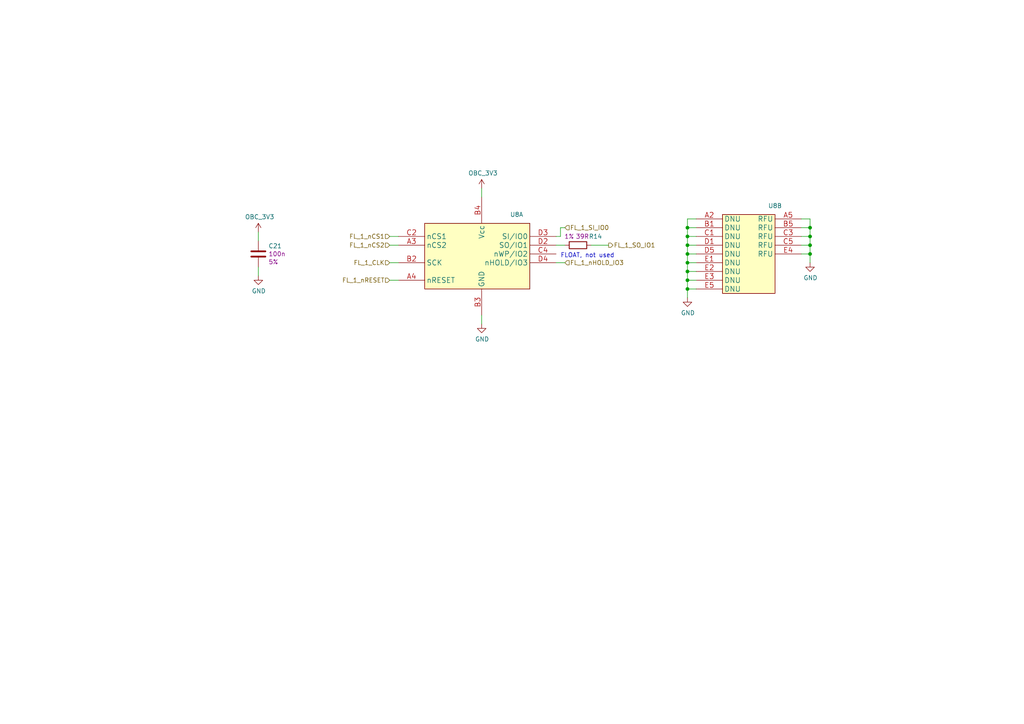
<source format=kicad_sch>
(kicad_sch (version 20211123) (generator eeschema)
  (paper "A4")
  (title_block (title "Singularity OBC - External bulk flash") (date "2021-09-20") (rev "PROTO_B_v04") (company "The Flame Trench") (comment 1 "Drawn by:  Ben Cartwright") (comment 2 "Status:  PROTOTYPE") (comment 3 "(c) The Flame Trench 2021") (comment 4 "Licenced under CERN OHLv2-Strong"))
  (lib_symbols
    (symbol "TFT_capacitors:100n-10V-0402-5%-CER" (pin_numbers hide) (pin_names (offset 0.254))
      (property "Reference" "C" (at 0.635 2.54 0))
      (property "NumVal" "100n" (at 2.54 -2.54 0))
      (property "Tolerance" "5%" (at 0 0 0))
      (symbol "100n-10V-0402-5%-CER_0_1"
        (polyline (pts (xy -2.032 -0.762) (xy 2.032 -0.762)) (stroke (width 0.508)))
        (polyline (pts (xy -2.032 0.762) (xy 2.032 0.762)) (stroke (width 0.508)))
      )
      (symbol "100n-10V-0402-5%-CER_1_1"
        (pin passive line (at 0 3.81 270) (length 2.794) (name "~") (number "1"))
        (pin passive line (at 0 -3.81 90) (length 2.794) (name "~") (number "2"))
      )
    )
    (symbol "TFT_memory:S70FL01GS"
      (property "Reference" "U" (at 2.54 -5.08 0))
      (property "Value" "S70FL01GS" (at -11.43 -5.08 0))
      (symbol "S70FL01GS_1_1"
        (rectangle (start -19.05 -7.62) (end 11.43 -26.67) (stroke (width 0.2032)) (fill (type background)))
        (pin input line (at -26.67 -13.97 0) (length 7.62) (name "nCS2") (number "A3"))
        (pin input line (at -26.67 -24.13 0) (length 7.62) (name "nRESET") (number "A4"))
        (pin input line (at -26.67 -19.05 0) (length 7.62) (name "SCK") (number "B2"))
        (pin power_in line (at -2.54 -34.29 90) (length 7.62) (name "GND") (number "B3"))
        (pin power_in line (at -2.54 0 270) (length 7.62) (name "Vcc") (number "B4"))
        (pin input line (at -26.67 -11.43 0) (length 7.62) (name "nCS1") (number "C2"))
        (pin bidirectional line (at 19.05 -16.51 180) (length 7.62) (name "nWP/IO2") (number "C4"))
        (pin bidirectional line (at 19.05 -13.97 180) (length 7.62) (name "SO/IO1") (number "D2"))
        (pin bidirectional line (at 19.05 -11.43 180) (length 7.62) (name "SI/IO0") (number "D3"))
        (pin bidirectional line (at 19.05 -19.05 180) (length 7.62) (name "nHOLD/IO3") (number "D4"))
      )
      (symbol "S70FL01GS_2_1"
        (rectangle (start -7.62 -7.62) (end 7.62 -30.48) (stroke (width 0.2032)) (fill (type background)))
        (pin unspecified line (at -15.24 -8.89 0) (length 7.62) (name "DNU") (number "A2"))
        (pin unspecified line (at 15.24 -8.89 180) (length 7.62) (name "RFU") (number "A5"))
        (pin unspecified line (at -15.24 -11.43 0) (length 7.62) (name "DNU") (number "B1"))
        (pin unspecified line (at 15.24 -11.43 180) (length 7.62) (name "RFU") (number "B5"))
        (pin unspecified line (at -15.24 -13.97 0) (length 7.62) (name "DNU") (number "C1"))
        (pin unspecified line (at 15.24 -13.97 180) (length 7.62) (name "RFU") (number "C3"))
        (pin unspecified line (at 15.24 -16.51 180) (length 7.62) (name "RFU") (number "C5"))
        (pin unspecified line (at -15.24 -16.51 0) (length 7.62) (name "DNU") (number "D1"))
        (pin unspecified line (at -15.24 -19.05 0) (length 7.62) (name "DNU") (number "D5"))
        (pin unspecified line (at -15.24 -21.59 0) (length 7.62) (name "DNU") (number "E1"))
        (pin unspecified line (at -15.24 -24.13 0) (length 7.62) (name "DNU") (number "E2"))
        (pin unspecified line (at -15.24 -26.67 0) (length 7.62) (name "DNU") (number "E3"))
        (pin unspecified line (at 15.24 -19.05 180) (length 7.62) (name "RFU") (number "E4"))
        (pin unspecified line (at -15.24 -29.21 0) (length 7.62) (name "DNU") (number "E5"))
      )
    )
    (symbol "TFT_power:OBC_3V3" (power) (pin_names (offset 0))
      (property "Value" "OBC_3V3" (at 0 3.556 0))
      (symbol "OBC_3V3_0_1"
        (polyline (pts (xy -0.762 1.27) (xy 0 2.54)))
        (polyline (pts (xy 0 0) (xy 0 2.54)))
        (polyline (pts (xy 0 2.54) (xy 0.762 1.27)))
      )
      (symbol "OBC_3V3_1_1"
        (pin power_in line (at 0 0 90) (length 0) hide (name "OBC_3V3") (number "1"))
      )
    )
    (symbol "TFT_resistors:39R0-50V-0402-1%" (pin_numbers hide) (pin_names (offset 0))
      (property "Reference" "R" (at -2.54 0 90))
      (property "NumVal" "39R" (at 2.54 -1.27 90))
      (property "Tolerance" "1%" (at 2.54 3.81 90))
      (symbol "39R0-50V-0402-1%_0_1"
        (rectangle (start -1.016 -2.54) (end 1.016 2.54) (stroke (width 0.254)))
      )
      (symbol "39R0-50V-0402-1%_1_1"
        (pin passive line (at 0 3.81 270) (length 1.27) (name "~") (number "1"))
        (pin passive line (at 0 -3.81 90) (length 1.27) (name "~") (number "2"))
      )
    )
    (symbol "power:GND" (power) (pin_names (offset 0))
      (property "Value" "GND" (at 0 -3.81 0))
      (symbol "GND_0_1"
        (polyline (pts (xy 0 0) (xy 0 -1.27) (xy 1.27 -1.27) (xy 0 -2.54) (xy -1.27 -1.27) (xy 0 -1.27)))
      )
      (symbol "GND_1_1"
        (pin power_in line (at 0 0 270) (length 0) hide (name "GND") (number "1"))
      )
    )
  )
  (junction (at 199.39 83.82))
  (junction (at 199.39 73.66))
  (junction (at 199.39 78.74))
  (junction (at 199.39 76.2))
  (junction (at 199.39 71.12))
  (junction (at 199.39 66.04))
  (junction (at 234.95 73.66))
  (junction (at 234.95 71.12))
  (junction (at 199.39 68.58))
  (junction (at 234.95 66.04))
  (junction (at 234.95 68.58))
  (junction (at 199.39 81.28))
  (wire (pts (xy 139.7 54.61) (xy 139.7 57.15)))
  (wire (pts (xy 199.39 86.36) (xy 199.39 83.82)))
  (wire (pts (xy 161.29 76.2) (xy 163.83 76.2)))
  (wire (pts (xy 199.39 78.74) (xy 199.39 76.2)))
  (wire (pts (xy 234.95 76.2) (xy 234.95 73.66)))
  (wire (pts (xy 162.56 66.04) (xy 162.56 68.58)))
  (wire (pts (xy 201.93 71.12) (xy 199.39 71.12)))
  (wire (pts (xy 201.93 68.58) (xy 199.39 68.58)))
  (wire (pts (xy 232.41 68.58) (xy 234.95 68.58)))
  (wire (pts (xy 201.93 78.74) (xy 199.39 78.74)))
  (wire (pts (xy 234.95 71.12) (xy 234.95 68.58)))
  (wire (pts (xy 199.39 71.12) (xy 199.39 68.58)))
  (wire (pts (xy 234.95 68.58) (xy 234.95 66.04)))
  (wire (pts (xy 232.41 66.04) (xy 234.95 66.04)))
  (wire (pts (xy 201.93 66.04) (xy 199.39 66.04)))
  (wire (pts (xy 199.39 83.82) (xy 199.39 81.28)))
  (wire (pts (xy 234.95 63.5) (xy 232.41 63.5)))
  (wire (pts (xy 171.45 71.12) (xy 176.53 71.12)))
  (wire (pts (xy 201.93 73.66) (xy 199.39 73.66)))
  (wire (pts (xy 201.93 76.2) (xy 199.39 76.2)))
  (wire (pts (xy 199.39 81.28) (xy 199.39 78.74)))
  (wire (pts (xy 201.93 81.28) (xy 199.39 81.28)))
  (wire (pts (xy 201.93 83.82) (xy 199.39 83.82)))
  (wire (pts (xy 232.41 71.12) (xy 234.95 71.12)))
  (wire (pts (xy 234.95 73.66) (xy 234.95 71.12)))
  (wire (pts (xy 139.7 91.44) (xy 139.7 93.98)))
  (wire (pts (xy 74.93 77.47) (xy 74.93 80.01)))
  (wire (pts (xy 234.95 66.04) (xy 234.95 63.5)))
  (wire (pts (xy 162.56 68.58) (xy 161.29 68.58)))
  (wire (pts (xy 199.39 63.5) (xy 201.93 63.5)))
  (wire (pts (xy 232.41 73.66) (xy 234.95 73.66)))
  (wire (pts (xy 199.39 68.58) (xy 199.39 66.04)))
  (wire (pts (xy 199.39 66.04) (xy 199.39 63.5)))
  (wire (pts (xy 113.03 68.58) (xy 115.57 68.58)))
  (wire (pts (xy 113.03 81.28) (xy 115.57 81.28)))
  (wire (pts (xy 113.03 71.12) (xy 115.57 71.12)))
  (wire (pts (xy 199.39 73.66) (xy 199.39 71.12)))
  (wire (pts (xy 74.93 69.85) (xy 74.93 67.31)))
  (wire (pts (xy 163.83 71.12) (xy 161.29 71.12)))
  (wire (pts (xy 199.39 76.2) (xy 199.39 73.66)))
  (wire (pts (xy 113.03 76.2) (xy 115.57 76.2)))
  (wire (pts (xy 163.83 66.04) (xy 162.56 66.04)))
  (text "FLOAT, not used" (at 162.56 74.93 0) (effects (font (size 1.27 1.27)) (justify left bottom)))
  (hierarchical_label "FL_1_nRESET" (shape input) (at 113.03 81.28 180))
  (hierarchical_label "FL_1_CLK" (shape input) (at 113.03 76.2 180))
  (hierarchical_label "FL_1_nHOLD_IO3" (shape input) (at 163.83 76.2 0))
  (hierarchical_label "FL_1_SI_IO0" (shape input) (at 163.83 66.04 0))
  (hierarchical_label "FL_1_SO_IO1" (shape output) (at 176.53 71.12 0))
  (hierarchical_label "FL_1_nCS2" (shape input) (at 113.03 71.12 180))
  (hierarchical_label "FL_1_nCS1" (shape input) (at 113.03 68.58 180))
  (symbol (lib_id "TFT_memory:S70FL01GS") (at 142.24 57.15 0) (unit 1)
    (property "Reference" "U8" (at 149.86 62.23 0))
    (property "Datasheet" "https://www.cypress.com/file/233721/download" (effects hide))
    (property "PartNumber" "S70FL01GSAGBHAC10" (effects hide))
    (property "Description" "FLASH - NOR Memory IC 1Gb (128M x 8) SPI - Quad I/O 133MHz 24-BGA (8x6)" (effects hide))
    (property "Manufacturer" "Cypress" (effects hide))
    (property "OrderNumber" "Digikey: S70FL01GSAGBHAC10-ND" (effects hide))
  )
  (symbol (lib_id "TFT_memory:S70FL01GS") (at 217.17 54.61 0) (unit 2)
    (property "Reference" "U8" (at 224.79 59.69 0))
    (property "Datasheet" "https://www.cypress.com/file/233721/download" (effects hide))
    (property "PartNumber" "S70FL01GSAGBHAC10" (effects hide))
    (property "Description" "FLASH - NOR Memory IC 1Gb (128M x 8) SPI - Quad I/O 133MHz 24-BGA (8x6)" (effects hide))
    (property "Manufacturer" "Cypress" (effects hide))
    (property "OrderNumber" "Digikey: S70FL01GSAGBHAC10-ND" (effects hide))
  )
  (symbol (lib_id "power:GND") (at 139.7 93.98 0) (unit 1)
    (property "Reference" "#PWR062" (effects hide))
  )
  (symbol (lib_id "power:GND") (at 199.39 86.36 0) (unit 1)
    (property "Reference" "#PWR063" (effects hide))
  )
  (symbol (lib_id "power:GND") (at 234.95 76.2 0) (unit 1)
    (property "Reference" "#PWR064" (effects hide))
  )
  (symbol (lib_id "TFT_power:OBC_3V3") (at 139.7 54.61 0) (unit 1)
    (property "Reference" "#PWR061" (effects hide))
  )
  (symbol (lib_id "TFT_power:OBC_3V3") (at 74.93 67.31 0) (unit 1)
    (property "Reference" "#PWR059" (effects hide))
  )
  (symbol (lib_id "TFT_capacitors:100n-10V-0402-5%-CER") (at 74.93 73.66 0) (unit 1)
    (property "Reference" "C21" (at 77.851 71.3486 0) (effects (justify left)))
    (property "Datasheet" "https://api.kemet.com/component-edge/download/specsheet/C0402C104J8RACAUTO.pdf" (effects hide))
    (property "NumVal" "100n" (at 77.851 73.66 0) (effects (justify left)))
    (property "PartNumber" "C0402C104J8RACAUTO" (effects hide))
    (property "Description" "SMD Multilayer Ceramic Capacitor, 0.1 µF, 10 V, 0402 [1005 Metric], ± 5%, X7R, C Series KEMET" (effects hide))
    (property "Tolerance" "5%" (at 77.851 75.9714 0) (effects (justify left)))
    (property "Vmax" "10V" (effects hide))
    (property "Manufacturer" "Kemet" (effects hide))
    (property "OrderNumber" "Farnell:      2904530RL " (effects hide))
  )
  (symbol (lib_id "power:GND") (at 74.93 80.01 0) (unit 1)
    (property "Reference" "#PWR060" (effects hide))
  )
  (symbol (lib_id "TFT_resistors:39R0-50V-0402-1%") (at 167.64 71.12 270) (unit 1)
    (property "Reference" "R14" (at 172.72 68.58 90))
    (property "Datasheet" "http://www.farnell.com/datasheets/2310790.pdf" (effects hide))
    (property "NumVal" "39R" (at 168.91 68.58 90))
    (property "PartNumber" "CRCW040239R0FKED" (effects hide))
    (property "Description" "SMD Chip Resistor, 39 ohm, ± 1%, 62.5 mW, 0402 [1005 Metric], Thick Film, General Purpose" (effects hide))
    (property "Tolerance" "1%" (at 165.1 68.58 90))
    (property "Vmax" "50V" (effects hide))
    (property "Manufacturer" "Vishay" (effects hide))
    (property "OrderNumber" "Farnell:     2140631 " (effects hide))
  )
)
</source>
